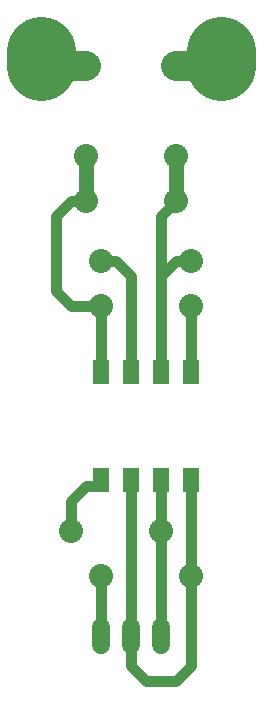
<source format=gbr>
G04 EAGLE Gerber RS-274X export*
G75*
%MOMM*%
%FSLAX34Y34*%
%LPD*%
%INTop Copper*%
%IPPOS*%
%AMOC8*
5,1,8,0,0,1.08239X$1,22.5*%
G01*
%ADD10R,1.450000X2.100000*%
%ADD11C,2.032000*%
%ADD12C,3.810000*%
%ADD13C,1.508000*%
%ADD14C,0.889000*%
%ADD15C,1.270000*%
%ADD16C,2.540000*%
%ADD17C,5.842000*%


D10*
X172720Y280450D03*
X147320Y280450D03*
X121920Y280450D03*
X96520Y280450D03*
X96520Y189450D03*
X121920Y189450D03*
X147320Y189450D03*
X172720Y189450D03*
D11*
X83820Y539750D03*
X83820Y463550D03*
X160020Y539750D03*
X160020Y463550D03*
D12*
X45720Y539750D03*
X198120Y539750D03*
D11*
X172720Y107950D03*
X96520Y107950D03*
D13*
X96520Y64690D02*
X96520Y49610D01*
X121920Y49610D02*
X121920Y64690D01*
X147320Y64690D02*
X147320Y49610D01*
D11*
X83820Y425450D03*
X160020Y425450D03*
X96520Y336550D03*
X172720Y336550D03*
X172720Y374650D03*
X96520Y374650D03*
X71120Y146050D03*
X147320Y146050D03*
D14*
X96520Y280450D02*
X96520Y336550D01*
X71120Y336550D01*
X58420Y349250D01*
X58420Y412750D02*
X71120Y425450D01*
X83820Y425450D01*
X58420Y412750D02*
X58420Y349250D01*
D15*
X83820Y425450D02*
X83820Y463550D01*
D14*
X160020Y374650D02*
X147320Y361950D01*
X160020Y374650D02*
X172720Y374650D01*
X147320Y361950D02*
X147320Y280450D01*
X147320Y361950D02*
X147320Y412750D01*
X160020Y425450D01*
D15*
X160020Y463550D01*
D16*
X160020Y539750D02*
X198120Y539750D01*
D17*
X198120Y552450D01*
D16*
X83820Y539750D02*
X45720Y539750D01*
D17*
X45720Y552450D01*
D14*
X96520Y189450D02*
X91220Y184150D01*
X83820Y184150D01*
X71120Y171450D01*
X71120Y146050D01*
X147320Y146050D02*
X147320Y57150D01*
X147320Y146050D02*
X147320Y189450D01*
X172720Y189450D02*
X172720Y107950D01*
X121920Y57150D02*
X121920Y189450D01*
X172720Y107950D02*
X172720Y31750D01*
X160020Y19050D01*
X134620Y19050D02*
X121920Y31750D01*
X121920Y57150D01*
X134620Y19050D02*
X160020Y19050D01*
X96520Y57150D02*
X96520Y107950D01*
X96520Y374650D02*
X109220Y374650D01*
X121920Y361950D01*
X121920Y280450D01*
X172720Y280450D02*
X172720Y336550D01*
M02*

</source>
